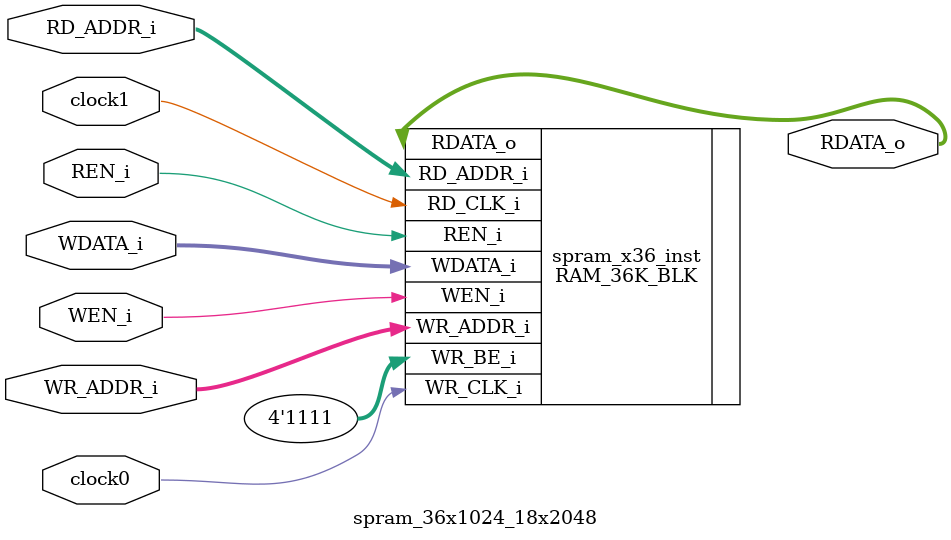
<source format=v>
module spram_9x4096_36x1024 (
    WEN_i,
    REN_i,
    clock0,
    clock1,
    WR_ADDR_i,
    RD_ADDR_i,
    WDATA_i,
    RDATA_o
);

parameter WR_ADDR_WIDTH = 12;
parameter RD_ADDR_WIDTH = 10;
parameter WR_DATA_WIDTH = 9;
parameter RD_DATA_WIDTH = 36;
parameter BE_WIDTH = 1;

input wire WEN_i;
input wire REN_i;
input wire clock0;
input wire clock1;
input wire [WR_ADDR_WIDTH-1 :0] WR_ADDR_i;
input wire [RD_ADDR_WIDTH-1 :0] RD_ADDR_i;
input wire [WR_DATA_WIDTH-1 :0] WDATA_i;
output wire [RD_DATA_WIDTH-1 :0] RDATA_o;

RAM_36K_BLK #(
              .WR_ADDR_WIDTH(WR_ADDR_WIDTH),
              .RD_ADDR_WIDTH(RD_ADDR_WIDTH),
              .WR_DATA_WIDTH(WR_DATA_WIDTH),
              .RD_DATA_WIDTH(RD_DATA_WIDTH),
              .BE_WIDTH(BE_WIDTH)
              ) spram_x36_inst (
              
              .WEN_i(WEN_i),
              .WR_BE_i(1'b1),
              .REN_i(REN_i),              
              .WR_CLK_i(clock0),
              .RD_CLK_i(clock1),
              .WR_ADDR_i(WR_ADDR_i),
              .RD_ADDR_i(RD_ADDR_i),
              .WDATA_i(WDATA_i),
              .RDATA_o(RDATA_o)
              );
              
endmodule    

module spram_18x2048_36x1024 (
    WEN_i,
    REN_i,
    clock0,
    clock1,
    WR_ADDR_i,
    RD_ADDR_i,
    WDATA_i,
    RDATA_o
);

parameter WR_ADDR_WIDTH = 11;
parameter RD_ADDR_WIDTH = 10;
parameter WR_DATA_WIDTH = 18;
parameter RD_DATA_WIDTH = 36;
parameter BE_WIDTH = 2;

input wire WEN_i;
input wire REN_i;
input wire clock0;
input wire clock1;
input wire [WR_ADDR_WIDTH-1 :0] WR_ADDR_i;
input wire [RD_ADDR_WIDTH-1 :0] RD_ADDR_i;
input wire [WR_DATA_WIDTH-1 :0] WDATA_i;
output wire [RD_DATA_WIDTH-1 :0] RDATA_o;

RAM_36K_BLK #(
              .WR_ADDR_WIDTH(WR_ADDR_WIDTH),
              .RD_ADDR_WIDTH(RD_ADDR_WIDTH),
              .WR_DATA_WIDTH(WR_DATA_WIDTH),
              .RD_DATA_WIDTH(RD_DATA_WIDTH),
              .BE_WIDTH(BE_WIDTH)
              ) spram_x36_inst (
              
              .WEN_i(WEN_i),
              .WR_BE_i(2'b11),
              .REN_i(REN_i),              
              .WR_CLK_i(clock0),
              .RD_CLK_i(clock1),
              .WR_ADDR_i(WR_ADDR_i),
              .RD_ADDR_i(RD_ADDR_i),
              .WDATA_i(WDATA_i),
              .RDATA_o(RDATA_o)
              );
              
endmodule   

module spram_18x2048_9x4096 (
    WEN_i,
    REN_i,
    clock0,
    clock1,
    WR_ADDR_i,
    RD_ADDR_i,
    WDATA_i,
    RDATA_o
);

parameter WR_ADDR_WIDTH = 11;
parameter RD_ADDR_WIDTH = 12;
parameter WR_DATA_WIDTH = 18;
parameter RD_DATA_WIDTH = 9;
parameter BE_WIDTH = 2;

input wire WEN_i;
input wire REN_i;
input wire clock0;
input wire clock1;
input wire [WR_ADDR_WIDTH-1 :0] WR_ADDR_i;
input wire [RD_ADDR_WIDTH-1 :0] RD_ADDR_i;
input wire [WR_DATA_WIDTH-1 :0] WDATA_i;
output wire [RD_DATA_WIDTH-1 :0] RDATA_o;

RAM_36K_BLK #(
              .WR_ADDR_WIDTH(WR_ADDR_WIDTH),
              .RD_ADDR_WIDTH(RD_ADDR_WIDTH),
              .WR_DATA_WIDTH(WR_DATA_WIDTH),
              .RD_DATA_WIDTH(RD_DATA_WIDTH),
              .BE_WIDTH(BE_WIDTH)
              ) spram_x36_inst (
              
              .WEN_i(WEN_i),
              .WR_BE_i(2'b11),
              .REN_i(REN_i),              
              .WR_CLK_i(clock0),
              .RD_CLK_i(clock1),
              .WR_ADDR_i(WR_ADDR_i),
              .RD_ADDR_i(RD_ADDR_i),
              .WDATA_i(WDATA_i),
              .RDATA_o(RDATA_o)
              );
              
endmodule    

module spram_36x1024_18x2048 (
    WEN_i,
    REN_i,
    clock0,
    clock1,
    WR_ADDR_i,
    RD_ADDR_i,
    WDATA_i,
    RDATA_o
);

parameter WR_ADDR_WIDTH = 10;
parameter RD_ADDR_WIDTH = 11;
parameter WR_DATA_WIDTH = 36;
parameter RD_DATA_WIDTH = 18;
parameter BE_WIDTH = 4;

input wire WEN_i;
input wire REN_i;
input wire clock0;
input wire clock1;
input wire [WR_ADDR_WIDTH-1 :0] WR_ADDR_i;
input wire [RD_ADDR_WIDTH-1 :0] RD_ADDR_i;
input wire [WR_DATA_WIDTH-1 :0] WDATA_i;
output wire [RD_DATA_WIDTH-1 :0] RDATA_o;

RAM_36K_BLK #(
              .WR_ADDR_WIDTH(WR_ADDR_WIDTH),
              .RD_ADDR_WIDTH(RD_ADDR_WIDTH),
              .WR_DATA_WIDTH(WR_DATA_WIDTH),
              .RD_DATA_WIDTH(RD_DATA_WIDTH),
              .BE_WIDTH(BE_WIDTH)
              ) spram_x36_inst (
              
              .WEN_i(WEN_i),
              .WR_BE_i(4'b1111),
              .REN_i(REN_i),              
              .WR_CLK_i(clock0),
              .RD_CLK_i(clock1),
              .WR_ADDR_i(WR_ADDR_i),
              .RD_ADDR_i(RD_ADDR_i),
              .WDATA_i(WDATA_i),
              .RDATA_o(RDATA_o)
              );
              
endmodule     
</source>
